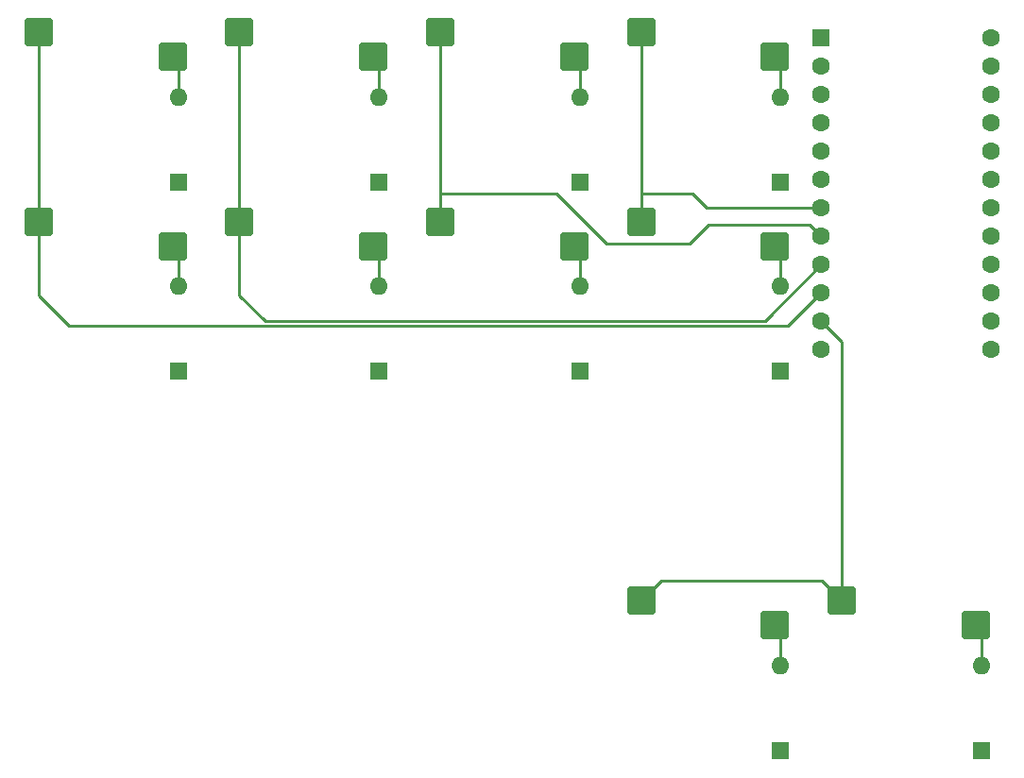
<source format=gbr>
%TF.GenerationSoftware,KiCad,Pcbnew,(6.0.9)*%
%TF.CreationDate,2022-12-21T17:39:14+05:00*%
%TF.ProjectId,vsrgkb-left,76737267-6b62-42d6-9c65-66742e6b6963,rev?*%
%TF.SameCoordinates,Original*%
%TF.FileFunction,Copper,L2,Bot*%
%TF.FilePolarity,Positive*%
%FSLAX46Y46*%
G04 Gerber Fmt 4.6, Leading zero omitted, Abs format (unit mm)*
G04 Created by KiCad (PCBNEW (6.0.9)) date 2022-12-21 17:39:14*
%MOMM*%
%LPD*%
G01*
G04 APERTURE LIST*
G04 Aperture macros list*
%AMRoundRect*
0 Rectangle with rounded corners*
0 $1 Rounding radius*
0 $2 $3 $4 $5 $6 $7 $8 $9 X,Y pos of 4 corners*
0 Add a 4 corners polygon primitive as box body*
4,1,4,$2,$3,$4,$5,$6,$7,$8,$9,$2,$3,0*
0 Add four circle primitives for the rounded corners*
1,1,$1+$1,$2,$3*
1,1,$1+$1,$4,$5*
1,1,$1+$1,$6,$7*
1,1,$1+$1,$8,$9*
0 Add four rect primitives between the rounded corners*
20,1,$1+$1,$2,$3,$4,$5,0*
20,1,$1+$1,$4,$5,$6,$7,0*
20,1,$1+$1,$6,$7,$8,$9,0*
20,1,$1+$1,$8,$9,$2,$3,0*%
G04 Aperture macros list end*
%TA.AperFunction,ComponentPad*%
%ADD10R,1.600000X1.600000*%
%TD*%
%TA.AperFunction,ComponentPad*%
%ADD11O,1.600000X1.600000*%
%TD*%
%TA.AperFunction,SMDPad,CuDef*%
%ADD12RoundRect,0.250000X-1.025000X-1.000000X1.025000X-1.000000X1.025000X1.000000X-1.025000X1.000000X0*%
%TD*%
%TA.AperFunction,ComponentPad*%
%ADD13C,1.600000*%
%TD*%
%TA.AperFunction,Conductor*%
%ADD14C,0.250000*%
%TD*%
G04 APERTURE END LIST*
D10*
%TO.P,D9,1,K*%
%TO.N,/row2*%
X132750000Y-79687500D03*
D11*
%TO.P,D9,2,A*%
%TO.N,Net-(D9-Pad2)*%
X132750000Y-72067500D03*
%TD*%
D12*
%TO.P,SW8,1,1*%
%TO.N,/col3*%
X102250000Y-66250000D03*
%TO.P,SW8,2,2*%
%TO.N,Net-(D8-Pad2)*%
X114250000Y-68450000D03*
%TD*%
%TO.P,SW10,1,1*%
%TO.N,/col5*%
X120250000Y-100250000D03*
%TO.P,SW10,2,2*%
%TO.N,Net-(D10-Pad2)*%
X132250000Y-102450000D03*
%TD*%
%TO.P,SW4,1,1*%
%TO.N,/col4*%
X120250000Y-49250000D03*
%TO.P,SW4,2,2*%
%TO.N,Net-(SW4-Pad2)*%
X132250000Y-51450000D03*
%TD*%
D10*
%TO.P,D6,1,K*%
%TO.N,/row2*%
X78750000Y-79687500D03*
D11*
%TO.P,D6,2,A*%
%TO.N,Net-(D6-Pad2)*%
X78750000Y-72067500D03*
%TD*%
D10*
%TO.P,D2,1,K*%
%TO.N,/row1*%
X96750000Y-62687500D03*
D11*
%TO.P,D2,2,A*%
%TO.N,Net-(D2-Pad2)*%
X96750000Y-55067500D03*
%TD*%
D10*
%TO.P,D10,1,K*%
%TO.N,/row2*%
X132750000Y-113687500D03*
D11*
%TO.P,D10,2,A*%
%TO.N,Net-(D10-Pad2)*%
X132750000Y-106067500D03*
%TD*%
D12*
%TO.P,SW3,1,1*%
%TO.N,/col3*%
X102250000Y-49250000D03*
%TO.P,SW3,2,2*%
%TO.N,Net-(D3-Pad2)*%
X114250000Y-51450000D03*
%TD*%
%TO.P,SW5,1,1*%
%TO.N,/col5*%
X138250000Y-100250000D03*
%TO.P,SW5,2,2*%
%TO.N,Net-(SW5-Pad2)*%
X150250000Y-102450000D03*
%TD*%
D10*
%TO.P,D7,1,K*%
%TO.N,/row2*%
X96750000Y-79687500D03*
D11*
%TO.P,D7,2,A*%
%TO.N,Net-(D7-Pad2)*%
X96750000Y-72067500D03*
%TD*%
D10*
%TO.P,U1,1,TX*%
%TO.N,unconnected-(U1-Pad1)*%
X136380000Y-49780000D03*
D13*
%TO.P,U1,2,RX*%
%TO.N,unconnected-(U1-Pad2)*%
X136380000Y-52320000D03*
%TO.P,U1,3,GND*%
%TO.N,unconnected-(U1-Pad3)*%
X136380000Y-54860000D03*
%TO.P,U1,4,GND*%
%TO.N,unconnected-(U1-Pad4)*%
X136380000Y-57400000D03*
%TO.P,U1,5,SDA*%
%TO.N,unconnected-(U1-Pad5)*%
X136380000Y-59940000D03*
%TO.P,U1,6,SCL*%
%TO.N,/row1*%
X136380000Y-62480000D03*
%TO.P,U1,7,D4*%
%TO.N,/col4*%
X136380000Y-65020000D03*
%TO.P,U1,8,C6*%
%TO.N,/col3*%
X136380000Y-67560000D03*
%TO.P,U1,9,D7*%
%TO.N,/col2*%
X136380000Y-70100000D03*
%TO.P,U1,10,E6*%
%TO.N,/col1*%
X136380000Y-72640000D03*
%TO.P,U1,11,B4*%
%TO.N,/col5*%
X136380000Y-75180000D03*
%TO.P,U1,12,B5*%
%TO.N,/row2*%
X136380000Y-77720000D03*
%TO.P,U1,13,B6*%
%TO.N,Net-(U1-Pad13)*%
X151620000Y-77720000D03*
%TO.P,U1,14,B2*%
%TO.N,unconnected-(U1-Pad14)*%
X151620000Y-75180000D03*
%TO.P,U1,15,B3*%
%TO.N,unconnected-(U1-Pad15)*%
X151620000Y-72640000D03*
%TO.P,U1,16,B1*%
%TO.N,unconnected-(U1-Pad16)*%
X151620000Y-70100000D03*
%TO.P,U1,17,F7*%
%TO.N,unconnected-(U1-Pad17)*%
X151620000Y-67560000D03*
%TO.P,U1,18,F6*%
%TO.N,unconnected-(U1-Pad18)*%
X151620000Y-65020000D03*
%TO.P,U1,19,F5*%
%TO.N,unconnected-(U1-Pad19)*%
X151620000Y-62480000D03*
%TO.P,U1,20,F4*%
%TO.N,unconnected-(U1-Pad20)*%
X151620000Y-59940000D03*
%TO.P,U1,21,VCC*%
%TO.N,Net-(U1-Pad21)*%
X151620000Y-57400000D03*
%TO.P,U1,22,RST*%
%TO.N,unconnected-(U1-Pad22)*%
X151620000Y-54860000D03*
%TO.P,U1,23,GND*%
%TO.N,Net-(J1-PadS)*%
X151620000Y-52320000D03*
%TO.P,U1,24,RAW*%
%TO.N,unconnected-(U1-Pad24)*%
X151620000Y-49780000D03*
%TD*%
D12*
%TO.P,SW1,1,1*%
%TO.N,/col1*%
X66250000Y-49250000D03*
%TO.P,SW1,2,2*%
%TO.N,Net-(SW1-Pad2)*%
X78250000Y-51450000D03*
%TD*%
%TO.P,SW7,1,1*%
%TO.N,/col2*%
X84250000Y-66250000D03*
%TO.P,SW7,2,2*%
%TO.N,Net-(D7-Pad2)*%
X96250000Y-68450000D03*
%TD*%
D10*
%TO.P,D4,1,K*%
%TO.N,/row1*%
X132750000Y-62687500D03*
D11*
%TO.P,D4,2,A*%
%TO.N,Net-(SW4-Pad2)*%
X132750000Y-55067500D03*
%TD*%
D12*
%TO.P,SW2,1,1*%
%TO.N,/col2*%
X84250000Y-49250000D03*
%TO.P,SW2,2,2*%
%TO.N,Net-(D2-Pad2)*%
X96250000Y-51450000D03*
%TD*%
D10*
%TO.P,D3,1,K*%
%TO.N,/row1*%
X114750000Y-62687500D03*
D11*
%TO.P,D3,2,A*%
%TO.N,Net-(D3-Pad2)*%
X114750000Y-55067500D03*
%TD*%
D10*
%TO.P,D8,1,K*%
%TO.N,/row2*%
X114750000Y-79687500D03*
D11*
%TO.P,D8,2,A*%
%TO.N,Net-(D8-Pad2)*%
X114750000Y-72067500D03*
%TD*%
D10*
%TO.P,D1,1,K*%
%TO.N,/row1*%
X78750000Y-62687500D03*
D11*
%TO.P,D1,2,A*%
%TO.N,Net-(SW1-Pad2)*%
X78750000Y-55067500D03*
%TD*%
D12*
%TO.P,SW6,1,1*%
%TO.N,/col1*%
X66250000Y-66250000D03*
%TO.P,SW6,2,2*%
%TO.N,Net-(D6-Pad2)*%
X78250000Y-68450000D03*
%TD*%
D10*
%TO.P,D5,1,K*%
%TO.N,/row1*%
X150750000Y-113687500D03*
D11*
%TO.P,D5,2,A*%
%TO.N,Net-(SW5-Pad2)*%
X150750000Y-106067500D03*
%TD*%
D12*
%TO.P,SW9,1,1*%
%TO.N,/col4*%
X120250000Y-66250000D03*
%TO.P,SW9,2,2*%
%TO.N,Net-(D9-Pad2)*%
X132250000Y-68450000D03*
%TD*%
D14*
%TO.N,/col1*%
X66250000Y-72851221D02*
X66250000Y-66250000D01*
X136380000Y-72640000D02*
X133419999Y-75600001D01*
X66250000Y-49250000D02*
X66250000Y-66250000D01*
X133419999Y-75600001D02*
X68998780Y-75600001D01*
X68998780Y-75600001D02*
X66250000Y-72851221D01*
%TO.N,/col2*%
X84250000Y-49250000D02*
X84250000Y-66250000D01*
X131329999Y-75150001D02*
X86548780Y-75150001D01*
X86548780Y-75150001D02*
X84250000Y-72851221D01*
X84250000Y-72851221D02*
X84250000Y-66250000D01*
X136380000Y-70100000D02*
X131329999Y-75150001D01*
%TO.N,/col3*%
X136380000Y-67560000D02*
X135369999Y-66549999D01*
X102250000Y-62562500D02*
X102250000Y-66250000D01*
X112625000Y-63750000D02*
X102375000Y-63750000D01*
X102250000Y-63625000D02*
X102250000Y-62562500D01*
X102375000Y-63750000D02*
X102250000Y-63625000D01*
X124562499Y-68250001D02*
X117125001Y-68250001D01*
X102250000Y-49250000D02*
X102250000Y-62562500D01*
X117125001Y-68250001D02*
X112625000Y-63750000D01*
X126262501Y-66549999D02*
X124562499Y-68250001D01*
X135369999Y-66549999D02*
X126262501Y-66549999D01*
%TO.N,/col4*%
X126082500Y-65020000D02*
X124812500Y-63750000D01*
X136380000Y-65020000D02*
X126082500Y-65020000D01*
X124812500Y-63750000D02*
X120375000Y-63750000D01*
X120250000Y-49250000D02*
X120250000Y-62562500D01*
X120250000Y-63625000D02*
X120250000Y-62562500D01*
X120250000Y-62562500D02*
X120250000Y-66250000D01*
X120375000Y-63750000D02*
X120250000Y-63625000D01*
%TO.N,/col5*%
X136449999Y-98449999D02*
X138250000Y-100250000D01*
X120250000Y-100250000D02*
X122050001Y-98449999D01*
X122050001Y-98449999D02*
X136449999Y-98449999D01*
X138250000Y-77050000D02*
X136380000Y-75180000D01*
X138250000Y-100250000D02*
X138250000Y-77050000D01*
%TO.N,Net-(D10-Pad2)*%
X132750000Y-102950000D02*
X132750000Y-106067500D01*
X132250000Y-102450000D02*
X132750000Y-102950000D01*
%TO.N,Net-(D9-Pad2)*%
X132250000Y-68450000D02*
X132750000Y-68950000D01*
X132750000Y-68950000D02*
X132750000Y-72067500D01*
%TO.N,Net-(D8-Pad2)*%
X114750000Y-68950000D02*
X114750000Y-72067500D01*
X114250000Y-68450000D02*
X114750000Y-68950000D01*
%TO.N,Net-(D7-Pad2)*%
X96750000Y-68950000D02*
X96750000Y-72067500D01*
X96250000Y-68450000D02*
X96750000Y-68950000D01*
%TO.N,Net-(D6-Pad2)*%
X78750000Y-68950000D02*
X78750000Y-72067500D01*
X78250000Y-68450000D02*
X78750000Y-68950000D01*
%TO.N,Net-(D3-Pad2)*%
X114750000Y-51950000D02*
X114750000Y-55067500D01*
X114250000Y-51450000D02*
X114750000Y-51950000D01*
%TO.N,Net-(D2-Pad2)*%
X96250000Y-51450000D02*
X96750000Y-51950000D01*
X96750000Y-51950000D02*
X96750000Y-55067500D01*
%TO.N,Net-(SW1-Pad2)*%
X78750000Y-51950000D02*
X78750000Y-55067500D01*
X78250000Y-51450000D02*
X78750000Y-51950000D01*
%TO.N,Net-(SW5-Pad2)*%
X150750000Y-102950000D02*
X150750000Y-106067500D01*
X150250000Y-102450000D02*
X150750000Y-102950000D01*
%TO.N,Net-(SW4-Pad2)*%
X132250000Y-51450000D02*
X132750000Y-51950000D01*
X132750000Y-51950000D02*
X132750000Y-55067500D01*
%TD*%
M02*

</source>
